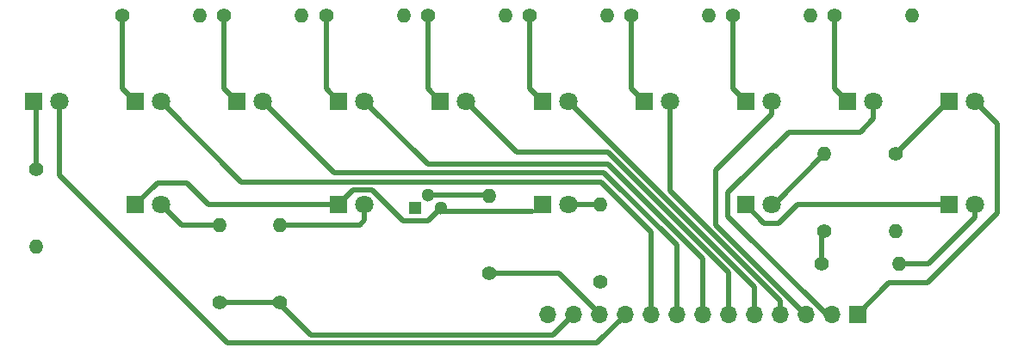
<source format=gbr>
%TF.GenerationSoftware,KiCad,Pcbnew,(6.0.9)*%
%TF.CreationDate,2023-01-08T16:32:16+01:00*%
%TF.ProjectId,led-counter,6c65642d-636f-4756-9e74-65722e6b6963,0.1*%
%TF.SameCoordinates,Original*%
%TF.FileFunction,Copper,L1,Top*%
%TF.FilePolarity,Positive*%
%FSLAX46Y46*%
G04 Gerber Fmt 4.6, Leading zero omitted, Abs format (unit mm)*
G04 Created by KiCad (PCBNEW (6.0.9)) date 2023-01-08 16:32:16*
%MOMM*%
%LPD*%
G01*
G04 APERTURE LIST*
%TA.AperFunction,ComponentPad*%
%ADD10R,1.700000X1.700000*%
%TD*%
%TA.AperFunction,ComponentPad*%
%ADD11O,1.700000X1.700000*%
%TD*%
%TA.AperFunction,ComponentPad*%
%ADD12R,1.300000X1.300000*%
%TD*%
%TA.AperFunction,ComponentPad*%
%ADD13C,1.300000*%
%TD*%
%TA.AperFunction,ComponentPad*%
%ADD14O,1.400000X1.400000*%
%TD*%
%TA.AperFunction,ComponentPad*%
%ADD15C,1.400000*%
%TD*%
%TA.AperFunction,ComponentPad*%
%ADD16C,1.800000*%
%TD*%
%TA.AperFunction,ComponentPad*%
%ADD17R,1.800000X1.800000*%
%TD*%
%TA.AperFunction,Conductor*%
%ADD18C,0.500000*%
%TD*%
G04 APERTURE END LIST*
D10*
%TO.P,J1,1,Pin_1*%
%TO.N,Net-(D1-Pad2)*%
X134750000Y-82000000D03*
D11*
%TO.P,J1,2,Pin_2*%
%TO.N,Net-(D2-Pad2)*%
X132210000Y-82000000D03*
%TO.P,J1,3,Pin_3*%
%TO.N,Net-(D3-Pad2)*%
X129670000Y-82000000D03*
%TO.P,J1,4,Pin_4*%
%TO.N,Net-(D4-Pad2)*%
X127130000Y-82000000D03*
%TO.P,J1,5,Pin_5*%
%TO.N,Net-(D5-Pad2)*%
X124590000Y-82000000D03*
%TO.P,J1,6,Pin_6*%
%TO.N,Net-(D6-Pad2)*%
X122050000Y-82000000D03*
%TO.P,J1,7,Pin_7*%
%TO.N,Net-(D7-Pad2)*%
X119510000Y-82000000D03*
%TO.P,J1,8,Pin_8*%
%TO.N,Net-(D8-Pad2)*%
X116970000Y-82000000D03*
%TO.P,J1,9,Pin_9*%
%TO.N,Net-(D9-Pad2)*%
X114430000Y-82000000D03*
%TO.P,J1,10,Pin_10*%
%TO.N,Net-(D10-Pad2)*%
X111890000Y-82000000D03*
%TO.P,J1,11,Pin_11*%
%TO.N,Net-(J1-Pad11)*%
X109350000Y-82000000D03*
%TO.P,J1,12,Pin_12*%
%TO.N,+5V*%
X106810000Y-82000000D03*
%TO.P,J1,13,Pin_13*%
%TO.N,GND*%
X104270000Y-82000000D03*
%TD*%
D12*
%TO.P,Q1,1,E*%
%TO.N,GND*%
X91230000Y-71530000D03*
D13*
%TO.P,Q1,2,B*%
%TO.N,Net-(Q1-Pad2)*%
X92500000Y-70260000D03*
%TO.P,Q1,3,C*%
%TO.N,Net-(D11-Pad1)*%
X93770000Y-71530000D03*
%TD*%
D14*
%TO.P,R16,2*%
%TO.N,Net-(D15-Pad2)*%
X138810000Y-77000000D03*
D15*
%TO.P,R16,1*%
%TO.N,+5V*%
X131190000Y-77000000D03*
%TD*%
%TO.P,R15,1*%
%TO.N,+5V*%
X131500000Y-73810000D03*
D14*
%TO.P,R15,2*%
%TO.N,Net-(D14-Pad2)*%
X131500000Y-66190000D03*
%TD*%
D15*
%TO.P,R14,1*%
%TO.N,+5V*%
X109500000Y-78810000D03*
D14*
%TO.P,R14,2*%
%TO.N,Net-(D13-Pad2)*%
X109500000Y-71190000D03*
%TD*%
D15*
%TO.P,R13,1*%
%TO.N,+5V*%
X78000000Y-80810000D03*
D14*
%TO.P,R13,2*%
%TO.N,Net-(D12-Pad2)*%
X78000000Y-73190000D03*
%TD*%
%TO.P,R12,2*%
%TO.N,Net-(D11-Pad2)*%
X72000000Y-73190000D03*
D15*
%TO.P,R12,1*%
%TO.N,+5V*%
X72000000Y-80810000D03*
%TD*%
%TO.P,R11,1*%
%TO.N,Net-(J1-Pad11)*%
X98514970Y-77951564D03*
D14*
%TO.P,R11,2*%
%TO.N,Net-(Q1-Pad2)*%
X98514970Y-70331564D03*
%TD*%
%TO.P,R10,2*%
%TO.N,GND*%
X54000000Y-75310000D03*
D15*
%TO.P,R10,1*%
%TO.N,Net-(D10-Pad1)*%
X54000000Y-67690000D03*
%TD*%
%TO.P,R9,1*%
%TO.N,Net-(D9-Pad1)*%
X62500000Y-52500000D03*
D14*
%TO.P,R9,2*%
%TO.N,GND*%
X70120000Y-52500000D03*
%TD*%
D15*
%TO.P,R8,1*%
%TO.N,Net-(D8-Pad1)*%
X72500000Y-52500000D03*
D14*
%TO.P,R8,2*%
%TO.N,GND*%
X80120000Y-52500000D03*
%TD*%
D15*
%TO.P,R7,1*%
%TO.N,Net-(D7-Pad1)*%
X82500000Y-52500000D03*
D14*
%TO.P,R7,2*%
%TO.N,GND*%
X90120000Y-52500000D03*
%TD*%
D15*
%TO.P,R6,1*%
%TO.N,Net-(D6-Pad1)*%
X92500000Y-52500000D03*
D14*
%TO.P,R6,2*%
%TO.N,GND*%
X100120000Y-52500000D03*
%TD*%
D15*
%TO.P,R5,1*%
%TO.N,Net-(D5-Pad1)*%
X102500000Y-52500000D03*
D14*
%TO.P,R5,2*%
%TO.N,GND*%
X110120000Y-52500000D03*
%TD*%
D15*
%TO.P,R4,1*%
%TO.N,Net-(D4-Pad1)*%
X112500000Y-52500000D03*
D14*
%TO.P,R4,2*%
%TO.N,GND*%
X120120000Y-52500000D03*
%TD*%
D15*
%TO.P,R3,1*%
%TO.N,Net-(D3-Pad1)*%
X122500000Y-52500000D03*
D14*
%TO.P,R3,2*%
%TO.N,GND*%
X130120000Y-52500000D03*
%TD*%
D15*
%TO.P,R2,1*%
%TO.N,Net-(D2-Pad1)*%
X132500000Y-52500000D03*
D14*
%TO.P,R2,2*%
%TO.N,GND*%
X140120000Y-52500000D03*
%TD*%
D15*
%TO.P,R1,1*%
%TO.N,Net-(D1-Pad1)*%
X138500000Y-66190000D03*
D14*
%TO.P,R1,2*%
%TO.N,GND*%
X138500000Y-73810000D03*
%TD*%
D16*
%TO.P,D14,2,A*%
%TO.N,Net-(D14-Pad2)*%
X126290000Y-71160000D03*
D17*
%TO.P,D14,1,K*%
%TO.N,Net-(D11-Pad1)*%
X123750000Y-71160000D03*
%TD*%
D16*
%TO.P,D15,2,A*%
%TO.N,Net-(D15-Pad2)*%
X146290000Y-71160000D03*
D17*
%TO.P,D15,1,K*%
%TO.N,Net-(D11-Pad1)*%
X143750000Y-71160000D03*
%TD*%
%TO.P,D9,1,K*%
%TO.N,Net-(D9-Pad1)*%
X63750000Y-61000000D03*
D16*
%TO.P,D9,2,A*%
%TO.N,Net-(D9-Pad2)*%
X66290000Y-61000000D03*
%TD*%
%TO.P,D8,2,A*%
%TO.N,Net-(D8-Pad2)*%
X76290000Y-61000000D03*
D17*
%TO.P,D8,1,K*%
%TO.N,Net-(D8-Pad1)*%
X73750000Y-61000000D03*
%TD*%
D16*
%TO.P,D7,2,A*%
%TO.N,Net-(D7-Pad2)*%
X86290000Y-61000000D03*
D17*
%TO.P,D7,1,K*%
%TO.N,Net-(D7-Pad1)*%
X83750000Y-61000000D03*
%TD*%
D16*
%TO.P,D5,2,A*%
%TO.N,Net-(D5-Pad2)*%
X106290000Y-61000000D03*
D17*
%TO.P,D5,1,K*%
%TO.N,Net-(D5-Pad1)*%
X103750000Y-61000000D03*
%TD*%
D16*
%TO.P,D1,2,A*%
%TO.N,Net-(D1-Pad2)*%
X146290000Y-61000000D03*
D17*
%TO.P,D1,1,K*%
%TO.N,Net-(D1-Pad1)*%
X143750000Y-61000000D03*
%TD*%
D16*
%TO.P,D11,2,A*%
%TO.N,Net-(D11-Pad2)*%
X66290000Y-71160000D03*
D17*
%TO.P,D11,1,K*%
%TO.N,Net-(D11-Pad1)*%
X63750000Y-71160000D03*
%TD*%
D16*
%TO.P,D10,2,A*%
%TO.N,Net-(D10-Pad2)*%
X56290000Y-61000000D03*
D17*
%TO.P,D10,1,K*%
%TO.N,Net-(D10-Pad1)*%
X53750000Y-61000000D03*
%TD*%
D16*
%TO.P,D12,2,A*%
%TO.N,Net-(D12-Pad2)*%
X86290000Y-71160000D03*
D17*
%TO.P,D12,1,K*%
%TO.N,Net-(D11-Pad1)*%
X83750000Y-71160000D03*
%TD*%
D16*
%TO.P,D13,2,A*%
%TO.N,Net-(D13-Pad2)*%
X106290000Y-71160000D03*
D17*
%TO.P,D13,1,K*%
%TO.N,Net-(D11-Pad1)*%
X103750000Y-71160000D03*
%TD*%
%TO.P,D2,1,K*%
%TO.N,Net-(D2-Pad1)*%
X133750000Y-61000000D03*
D16*
%TO.P,D2,2,A*%
%TO.N,Net-(D2-Pad2)*%
X136290000Y-61000000D03*
%TD*%
D17*
%TO.P,D3,1,K*%
%TO.N,Net-(D3-Pad1)*%
X123750000Y-61000000D03*
D16*
%TO.P,D3,2,A*%
%TO.N,Net-(D3-Pad2)*%
X126290000Y-61000000D03*
%TD*%
%TO.P,D4,2,A*%
%TO.N,Net-(D4-Pad2)*%
X116290000Y-61000000D03*
D17*
%TO.P,D4,1,K*%
%TO.N,Net-(D4-Pad1)*%
X113750000Y-61000000D03*
%TD*%
D16*
%TO.P,D6,2,A*%
%TO.N,Net-(D6-Pad2)*%
X96290000Y-61000000D03*
D17*
%TO.P,D6,1,K*%
%TO.N,Net-(D6-Pad1)*%
X93750000Y-61000000D03*
%TD*%
D18*
%TO.N,Net-(D1-Pad2)*%
X148500000Y-63210000D02*
X146290000Y-61000000D01*
X148500000Y-72000000D02*
X148500000Y-63210000D01*
X141604001Y-78895999D02*
X148500000Y-72000000D01*
X137854001Y-78895999D02*
X141604001Y-78895999D01*
X134750000Y-82000000D02*
X137854001Y-78895999D01*
%TO.N,+5V*%
X106810000Y-82000000D02*
X104810000Y-84000000D01*
X104810000Y-84000000D02*
X103500000Y-84000000D01*
X81000000Y-84000000D02*
X103500000Y-84000000D01*
%TO.N,Net-(D2-Pad2)*%
X131710000Y-82000000D02*
X122020000Y-72310000D01*
X132210000Y-82000000D02*
X131710000Y-82000000D01*
%TO.N,Net-(D5-Pad2)*%
X106331370Y-61000000D02*
X106290000Y-61000000D01*
X124590000Y-79258630D02*
X106331370Y-61000000D01*
X124590000Y-82000000D02*
X124590000Y-79258630D01*
%TO.N,Net-(D6-Pad2)*%
X101290000Y-66000000D02*
X96290000Y-61000000D01*
X110200000Y-66000000D02*
X101290000Y-66000000D01*
X122050000Y-77850000D02*
X110200000Y-66000000D01*
X122050000Y-82000000D02*
X122050000Y-77850000D01*
%TO.N,Net-(D7-Pad2)*%
X110200000Y-67200000D02*
X119510000Y-76510000D01*
X92490000Y-67200000D02*
X110200000Y-67200000D01*
X119510000Y-76510000D02*
X119510000Y-82000000D01*
X86290000Y-61000000D02*
X92490000Y-67200000D01*
%TO.N,Net-(D8-Pad2)*%
X109800000Y-68000000D02*
X116970000Y-75170000D01*
X116970000Y-75170000D02*
X116970000Y-82000000D01*
X76290000Y-61000000D02*
X83290000Y-68000000D01*
X83290000Y-68000000D02*
X109800000Y-68000000D01*
%TO.N,Net-(D9-Pad2)*%
X114430000Y-73830000D02*
X114430000Y-82000000D01*
X109510000Y-68910000D02*
X114430000Y-73830000D01*
X74200000Y-68910000D02*
X109510000Y-68910000D01*
X66290000Y-61000000D02*
X74200000Y-68910000D01*
%TO.N,Net-(J1-Pad11)*%
X105376564Y-77951564D02*
X109350000Y-81925000D01*
X98514970Y-77951564D02*
X105376564Y-77951564D01*
%TO.N,Net-(D10-Pad2)*%
X56290000Y-68290000D02*
X56290000Y-61000000D01*
X72800000Y-84800000D02*
X56290000Y-68290000D01*
X109145000Y-84800000D02*
X72800000Y-84800000D01*
X111890000Y-82055000D02*
X109145000Y-84800000D01*
%TO.N,Net-(D1-Pad1)*%
X143690000Y-61000000D02*
X138500000Y-66190000D01*
%TO.N,Net-(Q1-Pad2)*%
X98443406Y-70260000D02*
X98514970Y-70331564D01*
X92500000Y-70260000D02*
X98443406Y-70260000D01*
%TO.N,Net-(D11-Pad1)*%
X128840000Y-71160000D02*
X143750000Y-71160000D01*
X127000000Y-73000000D02*
X128840000Y-71160000D01*
X125590000Y-73000000D02*
X127000000Y-73000000D01*
X123750000Y-71160000D02*
X125590000Y-73000000D01*
%TO.N,Net-(D14-Pad2)*%
X126530000Y-71160000D02*
X126290000Y-71160000D01*
X131500000Y-66190000D02*
X126530000Y-71160000D01*
%TO.N,+5V*%
X131190000Y-74120000D02*
X131500000Y-73810000D01*
X131190000Y-77000000D02*
X131190000Y-74120000D01*
%TO.N,Net-(D15-Pad2)*%
X146290000Y-72432792D02*
X146290000Y-71160000D01*
X141722792Y-77000000D02*
X146290000Y-72432792D01*
X138810000Y-77000000D02*
X141722792Y-77000000D01*
%TO.N,Net-(D13-Pad2)*%
X106320000Y-71190000D02*
X106290000Y-71160000D01*
X109500000Y-71190000D02*
X106320000Y-71190000D01*
%TO.N,Net-(D12-Pad2)*%
X85810000Y-73190000D02*
X78000000Y-73190000D01*
X86290000Y-72710000D02*
X85810000Y-73190000D01*
X86290000Y-71160000D02*
X86290000Y-72710000D01*
%TO.N,+5V*%
X77810000Y-80810000D02*
X81000000Y-84000000D01*
X72000000Y-80810000D02*
X77810000Y-80810000D01*
%TO.N,Net-(D11-Pad2)*%
X68320000Y-73190000D02*
X72000000Y-73190000D01*
X66290000Y-71160000D02*
X68320000Y-73190000D01*
%TO.N,Net-(D10-Pad1)*%
X54000000Y-61250000D02*
X53750000Y-61000000D01*
X54000000Y-67690000D02*
X54000000Y-61250000D01*
%TO.N,Net-(D2-Pad2)*%
X122020000Y-72310000D02*
X122000000Y-72310000D01*
X135000000Y-64000000D02*
X136290000Y-62710000D01*
X128000000Y-64000000D02*
X135000000Y-64000000D01*
X122000000Y-70000000D02*
X128000000Y-64000000D01*
X136290000Y-62710000D02*
X136290000Y-61000000D01*
X122000000Y-72310000D02*
X122000000Y-70000000D01*
%TO.N,Net-(D3-Pad2)*%
X120800000Y-67762792D02*
X126290000Y-62272792D01*
X120800000Y-73200000D02*
X120800000Y-67762792D01*
X126290000Y-62272792D02*
X126290000Y-61000000D01*
X129670000Y-82070000D02*
X120800000Y-73200000D01*
%TO.N,Net-(D4-Pad2)*%
X116290000Y-69827260D02*
X116290000Y-61000000D01*
X127130000Y-80667260D02*
X116290000Y-69827260D01*
X127130000Y-82500000D02*
X127130000Y-80667260D01*
%TO.N,Net-(D11-Pad1)*%
X90100000Y-72800000D02*
X92500000Y-72800000D01*
X87010000Y-69710000D02*
X90100000Y-72800000D01*
X83750000Y-71160000D02*
X85200000Y-69710000D01*
X85200000Y-69710000D02*
X87010000Y-69710000D01*
X92500000Y-72800000D02*
X93770000Y-71530000D01*
X65910000Y-69000000D02*
X63750000Y-71160000D01*
X68800000Y-69000000D02*
X65910000Y-69000000D01*
X70960000Y-71160000D02*
X68800000Y-69000000D01*
X83750000Y-71160000D02*
X70960000Y-71160000D01*
X93770000Y-71530000D02*
X94040000Y-71800000D01*
X94040000Y-71800000D02*
X102800000Y-71800000D01*
%TO.N,Net-(D2-Pad1)*%
X132500000Y-52500000D02*
X132500000Y-59750000D01*
X132500000Y-59750000D02*
X133750000Y-61000000D01*
%TO.N,Net-(D3-Pad1)*%
X122500000Y-59750000D02*
X123750000Y-61000000D01*
X122500000Y-52500000D02*
X122500000Y-59750000D01*
%TO.N,Net-(D4-Pad1)*%
X112500000Y-59750000D02*
X113750000Y-61000000D01*
X112500000Y-52500000D02*
X112500000Y-59750000D01*
%TO.N,Net-(D5-Pad1)*%
X102500000Y-59750000D02*
X103750000Y-61000000D01*
X102500000Y-52500000D02*
X102500000Y-59750000D01*
%TO.N,Net-(D6-Pad1)*%
X92500000Y-59750000D02*
X93750000Y-61000000D01*
X92500000Y-52500000D02*
X92500000Y-59750000D01*
%TO.N,Net-(D7-Pad1)*%
X82500000Y-59750000D02*
X83750000Y-61000000D01*
X82500000Y-52500000D02*
X82500000Y-59750000D01*
%TO.N,Net-(D8-Pad1)*%
X72500000Y-59750000D02*
X73750000Y-61000000D01*
X72500000Y-52500000D02*
X72500000Y-59750000D01*
%TO.N,Net-(D9-Pad1)*%
X62500000Y-59750000D02*
X63750000Y-61000000D01*
X62500000Y-52500000D02*
X62500000Y-59750000D01*
%TD*%
M02*

</source>
